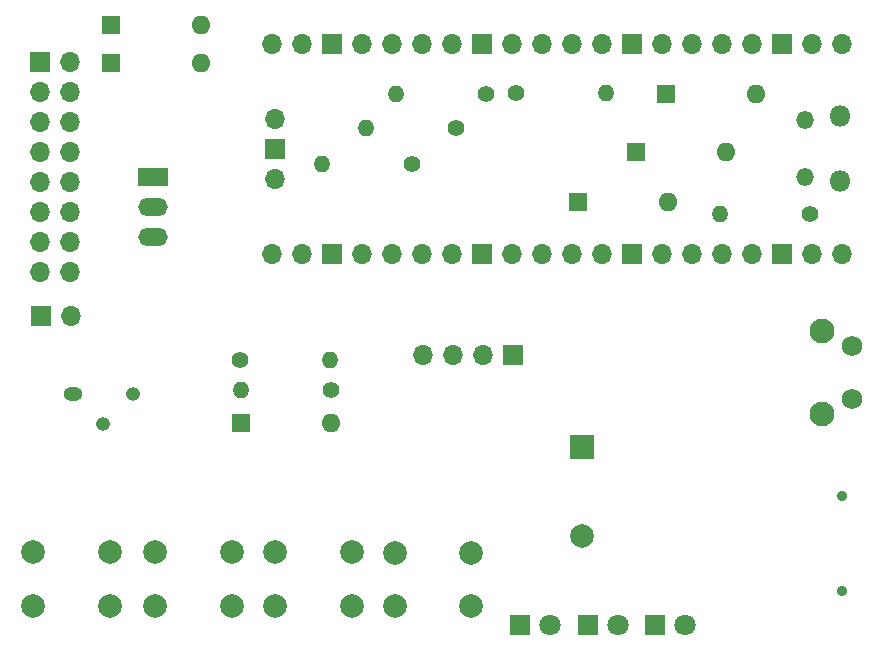
<source format=gbr>
%TF.GenerationSoftware,KiCad,Pcbnew,7.0.8*%
%TF.CreationDate,2024-04-12T09:27:46+03:00*%
%TF.ProjectId,PicoDrive,5069636f-4472-4697-9665-2e6b69636164,rev?*%
%TF.SameCoordinates,PX55854f8PY4548d10*%
%TF.FileFunction,Soldermask,Bot*%
%TF.FilePolarity,Negative*%
%FSLAX46Y46*%
G04 Gerber Fmt 4.6, Leading zero omitted, Abs format (unit mm)*
G04 Created by KiCad (PCBNEW 7.0.8) date 2024-04-12 09:27:46*
%MOMM*%
%LPD*%
G01*
G04 APERTURE LIST*
%ADD10R,1.700000X1.700000*%
%ADD11O,1.700000X1.700000*%
%ADD12R,2.000000X2.000000*%
%ADD13C,2.000000*%
%ADD14O,1.800000X1.800000*%
%ADD15O,1.500000X1.500000*%
%ADD16C,1.400000*%
%ADD17O,1.400000X1.400000*%
%ADD18R,1.600000X1.600000*%
%ADD19O,1.600000X1.600000*%
%ADD20R,1.800000X1.800000*%
%ADD21C,1.800000*%
%ADD22C,0.900000*%
%ADD23O,1.600000X1.200000*%
%ADD24O,1.200000X1.200000*%
%ADD25C,2.100000*%
%ADD26C,1.750000*%
%ADD27R,2.500000X1.500000*%
%ADD28O,2.500000X1.500000*%
G04 APERTURE END LIST*
D10*
%TO.C,J2*%
X3475000Y-28700000D03*
D11*
X6015000Y-28700000D03*
%TD*%
D12*
%TO.C,BZ1*%
X49300000Y-39800000D03*
D13*
X49300000Y-47400000D03*
%TD*%
D14*
%TO.C,U1*%
X71165000Y-11835000D03*
D15*
X68135000Y-12135000D03*
X68135000Y-16985000D03*
D14*
X71165000Y-17285000D03*
D11*
X71295000Y-5670000D03*
X68755000Y-5670000D03*
D10*
X66215000Y-5670000D03*
D11*
X63675000Y-5670000D03*
X61135000Y-5670000D03*
X58595000Y-5670000D03*
X56055000Y-5670000D03*
D10*
X53515000Y-5670000D03*
D11*
X50975000Y-5670000D03*
X48435000Y-5670000D03*
X45895000Y-5670000D03*
X43355000Y-5670000D03*
D10*
X40815000Y-5670000D03*
D11*
X38275000Y-5670000D03*
X35735000Y-5670000D03*
X33195000Y-5670000D03*
X30655000Y-5670000D03*
D10*
X28115000Y-5670000D03*
D11*
X25575000Y-5670000D03*
X23035000Y-5670000D03*
X23035000Y-23450000D03*
X25575000Y-23450000D03*
D10*
X28115000Y-23450000D03*
D11*
X30655000Y-23450000D03*
X33195000Y-23450000D03*
X35735000Y-23450000D03*
X38275000Y-23450000D03*
D10*
X40815000Y-23450000D03*
D11*
X43355000Y-23450000D03*
X45895000Y-23450000D03*
X48435000Y-23450000D03*
X50975000Y-23450000D03*
D10*
X53515000Y-23450000D03*
D11*
X56055000Y-23450000D03*
X58595000Y-23450000D03*
X61135000Y-23450000D03*
X63675000Y-23450000D03*
D10*
X66215000Y-23450000D03*
D11*
X68755000Y-23450000D03*
X71295000Y-23450000D03*
X23265000Y-12020000D03*
D10*
X23265000Y-14560000D03*
D11*
X23265000Y-17100000D03*
%TD*%
D10*
%TO.C,J1*%
X3435000Y-7255000D03*
D11*
X5975000Y-7255000D03*
X3435000Y-9795000D03*
X5975000Y-9795000D03*
X3435000Y-12335000D03*
X5975000Y-12335000D03*
X3435000Y-14875000D03*
X5975000Y-14875000D03*
X3435000Y-17415000D03*
X5975000Y-17415000D03*
X3435000Y-19955000D03*
X5975000Y-19955000D03*
X3435000Y-22495000D03*
X5975000Y-22495000D03*
X3435000Y-25035000D03*
X5975000Y-25035000D03*
%TD*%
D16*
%TO.C,R22*%
X43705000Y-9825000D03*
D17*
X51325000Y-9825000D03*
%TD*%
D16*
%TO.C,R6*%
X34935000Y-15850000D03*
D17*
X27315000Y-15850000D03*
%TD*%
D16*
%TO.C,R7*%
X38610000Y-12850000D03*
D17*
X30990000Y-12850000D03*
%TD*%
D18*
%TO.C,D2*%
X9455000Y-7350000D03*
D19*
X17075000Y-7350000D03*
%TD*%
D16*
%TO.C,R26*%
X28025000Y-35000000D03*
D17*
X20405000Y-35000000D03*
%TD*%
D20*
%TO.C,BL_LED1*%
X55475000Y-54862500D03*
D21*
X58015000Y-54862500D03*
%TD*%
D16*
%TO.C,R25*%
X20330000Y-32500000D03*
D17*
X27950000Y-32500000D03*
%TD*%
D20*
%TO.C,RD_LED1*%
X49775000Y-54862500D03*
D21*
X52315000Y-54862500D03*
%TD*%
D22*
%TO.C,J4*%
X71328145Y-44009968D03*
X71328145Y-52009968D03*
%TD*%
D23*
%TO.C,Q3*%
X6200000Y-35350000D03*
D24*
X8740000Y-37890000D03*
X11280000Y-35350000D03*
%TD*%
D18*
%TO.C,D11*%
X20400000Y-37775000D03*
D19*
X28020000Y-37775000D03*
%TD*%
D18*
%TO.C,D14*%
X53880000Y-14875000D03*
D19*
X61500000Y-14875000D03*
%TD*%
D10*
%TO.C,J3*%
X43490000Y-32075000D03*
D11*
X40950000Y-32075000D03*
X38410000Y-32075000D03*
X35870000Y-32075000D03*
%TD*%
D25*
%TO.C,SW_RST1*%
X69647500Y-30025000D03*
X69647500Y-37035000D03*
D26*
X72137500Y-31275000D03*
X72137500Y-35775000D03*
%TD*%
D16*
%TO.C,R8*%
X41175000Y-9975000D03*
D17*
X33555000Y-9975000D03*
%TD*%
D27*
%TO.C,U2*%
X12952500Y-16942500D03*
D28*
X12952500Y-19482500D03*
X12952500Y-22022500D03*
%TD*%
D16*
%TO.C,R21*%
X68600000Y-20100000D03*
D17*
X60980000Y-20100000D03*
%TD*%
D13*
%TO.C,SW_ENT1*%
X29800000Y-53250000D03*
X23300000Y-53250000D03*
X29800000Y-48750000D03*
X23300000Y-48750000D03*
%TD*%
D18*
%TO.C,D15*%
X56380000Y-9925000D03*
D19*
X64000000Y-9925000D03*
%TD*%
D20*
%TO.C,GR_LED1*%
X44010000Y-54887500D03*
D21*
X46550000Y-54887500D03*
%TD*%
D18*
%TO.C,D1*%
X9455000Y-4075000D03*
D19*
X17075000Y-4075000D03*
%TD*%
D13*
%TO.C,SW_NXT1*%
X19625000Y-53250000D03*
X13125000Y-53250000D03*
X19625000Y-48750000D03*
X13125000Y-48750000D03*
%TD*%
D18*
%TO.C,D12*%
X48965000Y-19050000D03*
D19*
X56585000Y-19050000D03*
%TD*%
D13*
%TO.C,SW_PRV1*%
X9300000Y-53250000D03*
X2800000Y-53250000D03*
X9300000Y-48750000D03*
X2800000Y-48750000D03*
%TD*%
%TO.C,SW_BCK1*%
X39925000Y-53300000D03*
X33425000Y-53300000D03*
X39925000Y-48800000D03*
X33425000Y-48800000D03*
%TD*%
M02*

</source>
